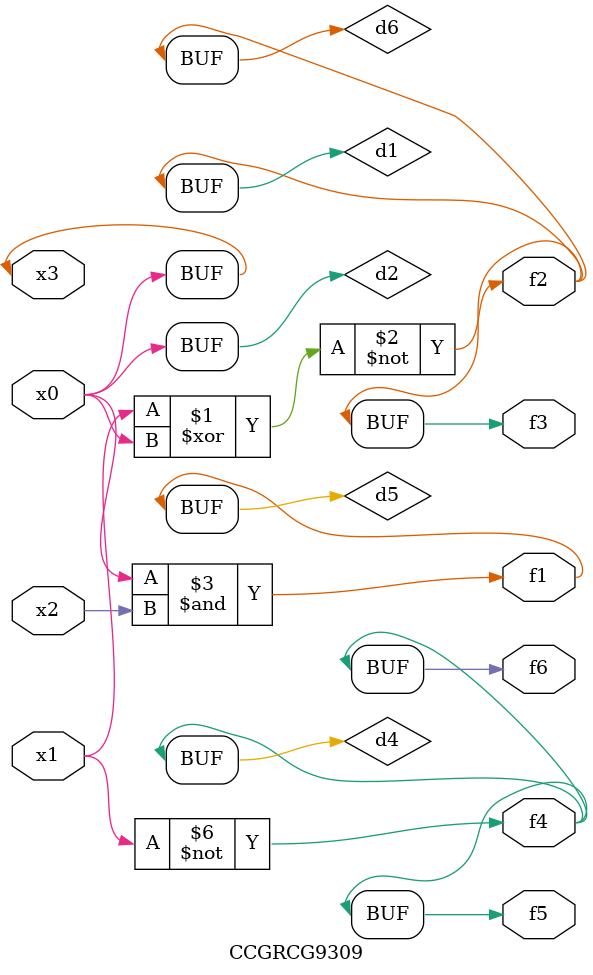
<source format=v>
module CCGRCG9309(
	input x0, x1, x2, x3,
	output f1, f2, f3, f4, f5, f6
);

	wire d1, d2, d3, d4, d5, d6;

	xnor (d1, x1, x3);
	buf (d2, x0, x3);
	nand (d3, x0, x2);
	not (d4, x1);
	nand (d5, d3);
	or (d6, d1);
	assign f1 = d5;
	assign f2 = d6;
	assign f3 = d6;
	assign f4 = d4;
	assign f5 = d4;
	assign f6 = d4;
endmodule

</source>
